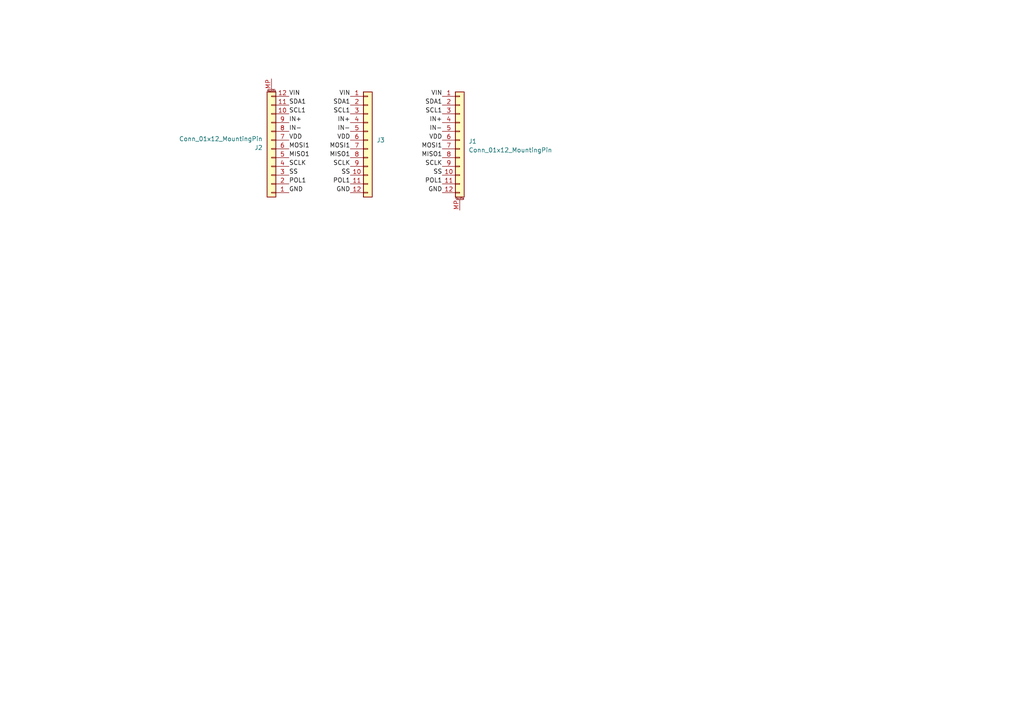
<source format=kicad_sch>
(kicad_sch (version 20230121) (generator eeschema)
  (paper "A4")
  (lib_symbols
    (symbol "Connector_Generic:Conn_01x12" (pin_names (offset 1.016) hide)
      (property "Reference" "J" (at 0 15.24 0))
      (property "Value" "Conn_01x12" (at 0 -17.78 0))
      (symbol "Conn_01x12_1_1"
        (rectangle (start -1.27 -15.113) (end 0 -15.367) (stroke (width 0.1524)))
        (rectangle (start -1.27 -12.573) (end 0 -12.827) (stroke (width 0.1524)))
        (rectangle (start -1.27 -10.033) (end 0 -10.287) (stroke (width 0.1524)))
        (rectangle (start -1.27 -7.493) (end 0 -7.747) (stroke (width 0.1524)))
        (rectangle (start -1.27 -4.953) (end 0 -5.207) (stroke (width 0.1524)))
        (rectangle (start -1.27 -2.413) (end 0 -2.667) (stroke (width 0.1524)))
        (rectangle (start -1.27 0.127) (end 0 -0.127) (stroke (width 0.1524)))
        (rectangle (start -1.27 2.667) (end 0 2.413) (stroke (width 0.1524)))
        (rectangle (start -1.27 5.207) (end 0 4.953) (stroke (width 0.1524)))
        (rectangle (start -1.27 7.747) (end 0 7.493) (stroke (width 0.1524)))
        (rectangle (start -1.27 10.287) (end 0 10.033) (stroke (width 0.1524)))
        (rectangle (start -1.27 12.827) (end 0 12.573) (stroke (width 0.1524)))
        (rectangle (start -1.27 13.97) (end 1.27 -16.51) (stroke (width 0.254)) (fill (type background)))
        (pin passive line (at -5.08 12.7 0) (length 3.81) (name "Pin_1") (number "1"))
        (pin passive line (at -5.08 -10.16 0) (length 3.81) (name "Pin_10") (number "10"))
        (pin passive line (at -5.08 -12.7 0) (length 3.81) (name "Pin_11") (number "11"))
        (pin passive line (at -5.08 -15.24 0) (length 3.81) (name "Pin_12") (number "12"))
        (pin passive line (at -5.08 10.16 0) (length 3.81) (name "Pin_2") (number "2"))
        (pin passive line (at -5.08 7.62 0) (length 3.81) (name "Pin_3") (number "3"))
        (pin passive line (at -5.08 5.08 0) (length 3.81) (name "Pin_4") (number "4"))
        (pin passive line (at -5.08 2.54 0) (length 3.81) (name "Pin_5") (number "5"))
        (pin passive line (at -5.08 0 0) (length 3.81) (name "Pin_6") (number "6"))
        (pin passive line (at -5.08 -2.54 0) (length 3.81) (name "Pin_7") (number "7"))
        (pin passive line (at -5.08 -5.08 0) (length 3.81) (name "Pin_8") (number "8"))
        (pin passive line (at -5.08 -7.62 0) (length 3.81) (name "Pin_9") (number "9"))
      )
    )
    (symbol "Connector_Generic_MountingPin:Conn_01x12_MountingPin" (pin_names (offset 1.016) hide)
      (property "Reference" "J" (at 0 15.24 0))
      (property "Value" "Conn_01x12_MountingPin" (at 1.27 -17.78 0))
      (symbol "Conn_01x12_MountingPin_1_1"
        (rectangle (start -1.27 -15.113) (end 0 -15.367) (stroke (width 0.1524)))
        (rectangle (start -1.27 -12.573) (end 0 -12.827) (stroke (width 0.1524)))
        (rectangle (start -1.27 -10.033) (end 0 -10.287) (stroke (width 0.1524)))
        (rectangle (start -1.27 -7.493) (end 0 -7.747) (stroke (width 0.1524)))
        (rectangle (start -1.27 -4.953) (end 0 -5.207) (stroke (width 0.1524)))
        (rectangle (start -1.27 -2.413) (end 0 -2.667) (stroke (width 0.1524)))
        (rectangle (start -1.27 0.127) (end 0 -0.127) (stroke (width 0.1524)))
        (rectangle (start -1.27 2.667) (end 0 2.413) (stroke (width 0.1524)))
        (rectangle (start -1.27 5.207) (end 0 4.953) (stroke (width 0.1524)))
        (rectangle (start -1.27 7.747) (end 0 7.493) (stroke (width 0.1524)))
        (rectangle (start -1.27 10.287) (end 0 10.033) (stroke (width 0.1524)))
        (rectangle (start -1.27 12.827) (end 0 12.573) (stroke (width 0.1524)))
        (rectangle (start -1.27 13.97) (end 1.27 -16.51) (stroke (width 0.254)) (fill (type background)))
        (polyline (pts (xy -1.016 -17.272) (xy 1.016 -17.272)) (stroke (width 0.1524)))
        (text "Mounting" (at 0 -16.891 0) (effects (font (size 0.381 0.381))))
        (pin passive line (at -5.08 12.7 0) (length 3.81) (name "Pin_1") (number "1"))
        (pin passive line (at -5.08 -10.16 0) (length 3.81) (name "Pin_10") (number "10"))
        (pin passive line (at -5.08 -12.7 0) (length 3.81) (name "Pin_11") (number "11"))
        (pin passive line (at -5.08 -15.24 0) (length 3.81) (name "Pin_12") (number "12"))
        (pin passive line (at -5.08 10.16 0) (length 3.81) (name "Pin_2") (number "2"))
        (pin passive line (at -5.08 7.62 0) (length 3.81) (name "Pin_3") (number "3"))
        (pin passive line (at -5.08 5.08 0) (length 3.81) (name "Pin_4") (number "4"))
        (pin passive line (at -5.08 2.54 0) (length 3.81) (name "Pin_5") (number "5"))
        (pin passive line (at -5.08 0 0) (length 3.81) (name "Pin_6") (number "6"))
        (pin passive line (at -5.08 -2.54 0) (length 3.81) (name "Pin_7") (number "7"))
        (pin passive line (at -5.08 -5.08 0) (length 3.81) (name "Pin_8") (number "8"))
        (pin passive line (at -5.08 -7.62 0) (length 3.81) (name "Pin_9") (number "9"))
        (pin passive line (at 0 -20.32 90) (length 3.048) (name "MountPin") (number "MP"))
      )
    )
  )
  (label "VDD" (at 101.6 40.64 180))
  (label "SCL1" (at 128.27 33.02 180))
  (label "MOSI1" (at 101.6 43.18 180))
  (label "GND" (at 83.82 55.88 0))
  (label "IN+" (at 101.6 35.56 180))
  (label "VIN" (at 101.6 27.94 180))
  (label "IN+" (at 83.82 35.56 0))
  (label "SCLK" (at 83.82 48.26 0))
  (label "POL1" (at 101.6 53.34 180))
  (label "SS" (at 83.82 50.8 0))
  (label "MISO1" (at 83.82 45.72 0))
  (label "MISO1" (at 101.6 45.72 180))
  (label "SDA1" (at 101.6 30.48 180))
  (label "POL1" (at 83.82 53.34 0))
  (label "SCLK" (at 101.6 48.26 180))
  (label "VIN" (at 128.27 27.94 180))
  (label "SCLK" (at 128.27 48.26 180))
  (label "IN-" (at 101.6 38.1 180))
  (label "VDD" (at 128.27 40.64 180))
  (label "IN+" (at 128.27 35.56 180))
  (label "SS" (at 128.27 50.8 180))
  (label "MISO1" (at 128.27 45.72 180))
  (label "IN-" (at 128.27 38.1 180))
  (label "MOSI1" (at 83.82 43.18 0))
  (label "MOSI1" (at 128.27 43.18 180))
  (label "SCL1" (at 83.82 33.02 0))
  (label "SDA1" (at 128.27 30.48 180))
  (label "POL1" (at 128.27 53.34 180))
  (label "VDD" (at 83.82 40.64 0))
  (label "SDA1" (at 83.82 30.48 0))
  (label "SCL1" (at 101.6 33.02 180))
  (label "IN-" (at 83.82 38.1 0))
  (label "VIN" (at 83.82 27.94 0))
  (label "SS" (at 101.6 50.8 180))
  (label "GND" (at 101.6 55.88 180))
  (label "GND" (at 128.27 55.88 180))
  (symbol (lib_id "Connector_Generic:Conn_01x12") (at 106.68 40.64 0) (unit 1)
    (property "Reference" "J3" (at 109.22 40.64 0) (effects (justify left)))
    (property "Value" "Conn_01x12" (effects hide))
    (property "Footprint" "Connector_PinHeader_2.54mm:PinHeader_1x12_P2.54mm_Vertical" (effects hide))
  )
  (symbol (lib_id "Connector_Generic_MountingPin:Conn_01x12_MountingPin") (at 133.35 40.64 0) (unit 1)
    (property "Reference" "J1" (at 135.89 40.9956 0) (effects (justify left)))
    (property "Value" "Conn_01x12_MountingPin" (at 135.89 43.5356 0) (effects (justify left)))
    (property "Footprint" "Optacon_common:Hirose_FH34SRJ-12S-0.5SH" (effects hide))
  )
  (symbol (lib_id "Connector_Generic_MountingPin:Conn_01x12_MountingPin") (at 78.74 43.18 180) (unit 1)
    (property "Reference" "J2" (at 76.2 42.8244 0) (effects (justify left)))
    (property "Value" "Conn_01x12_MountingPin" (at 76.2 40.2844 0) (effects (justify left)))
    (property "Footprint" "Optacon_common:Hirose_FH34SRJ-12S-0.5SH" (effects hide))
  )
)
</source>
